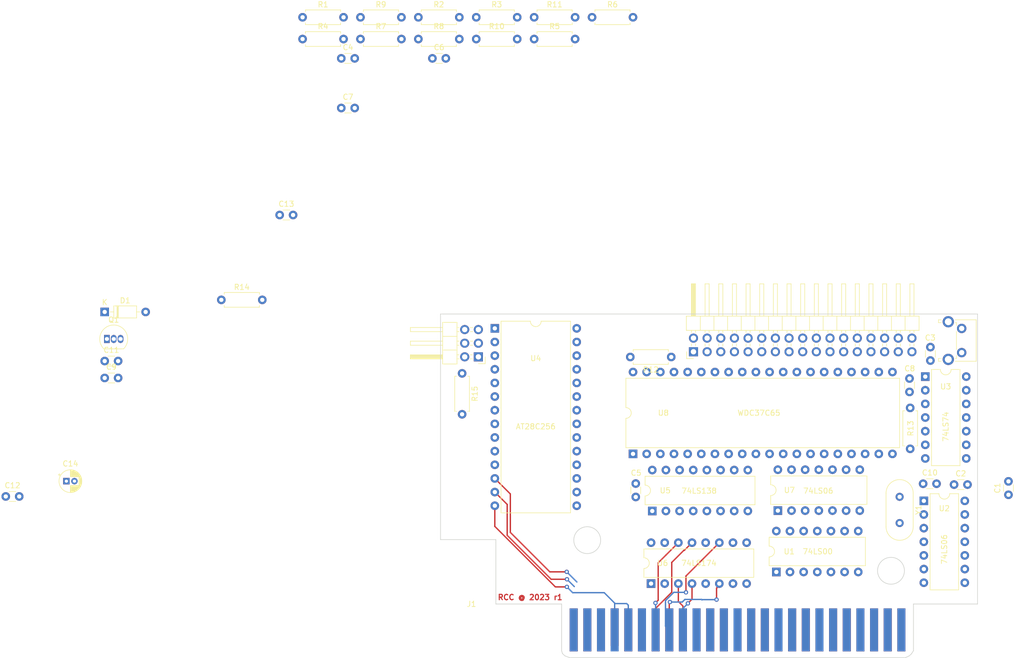
<source format=kicad_pcb>
(kicad_pcb (version 20211014) (generator pcbnew)
  (title_block (title "MSX TDC-600 Floppy Disk Drive Interface Clone") (date "2023-05-28") (rev "1.0") (company "RCC") (comment 1 "Based in the MSX DC-600 Desigh by Skoti: https://github.com/konkotgit/MSX-DC-600"))
  (layers (0 "F.Cu" signal) (31 "B.Cu" signal) (34 "B.Paste" user) (35 "F.Paste" user) (36 "B.SilkS" user "B.Silkscreen") (37 "F.SilkS" user "F.Silkscreen") (38 "B.Mask" user) (39 "F.Mask" user) (44 "Edge.Cuts" user))
  (net 0 "")
  (net 1 "{slash}CS1")
  (net 2 "{slash}CS2")
  (net 3 "{slash}CS12")
  (net 4 "{slash}SLTSL")
  (net 6 "{slash}RFSH")
  (net 7 "{slash}WAIT")
  (net 8 "{slash}INT")
  (net 9 "{slash}M1")
  (net 10 "Net-(C10-Pad2)")
  (net 11 "{slash}IORQ")
  (net 12 "{slash}MREQ")
  (net 13 "{slash}WR")
  (net 14 "{slash}RD")
  (net 15 "{slash}RESET")
  (net 17 "A9")
  (net 18 "A15")
  (net 19 "A11")
  (net 20 "A10")
  (net 21 "A7")
  (net 22 "A6")
  (net 23 "A12")
  (net 24 "A8")
  (net 25 "A14")
  (net 26 "A13")
  (net 27 "A1")
  (net 28 "A0")
  (net 29 "A3")
  (net 30 "A2")
  (net 31 "A5")
  (net 32 "A4")
  (net 33 "D1")
  (net 34 "D0")
  (net 35 "D3")
  (net 36 "D2")
  (net 37 "D5")
  (net 38 "D4")
  (net 39 "D7")
  (net 40 "D6")
  (net 41 "GNDREF")
  (net 42 "CLOCK")
  (net 43 "Net-(J1-Pad44)")
  (net 44 "+5V")
  (net 48 "{slash}MEM_CE")
  (net 49 "MEM_A14")
  (net 50 "MOTORON")
  (net 51 "Net-(C10-Pad1)")
  (net 52 "DS1")
  (net 53 "DS2")
  (net 56 "Net-(C11-Pad1)")
  (net 57 "INDEX")
  (net 58 "DIR")
  (net 59 "STEP")
  (net 60 "WRITEDATA")
  (net 63 "WRITEPROTECT")
  (net 64 "READDATA")
  (net 67 "Net-(U8-Pad23)")
  (net 68 "Net-(U8-Pad26)")
  (net 69 "WDCLK")
  (net 70 "{slash}RE")
  (net 71 "DS3")
  (net 72 "DS0")
  (net 73 "Net-(Q1-Pad2)")
  (net 74 "SIDESELECT")
  (net 75 "WRITEGATE")
  (net 76 "TRACK00")
  (net 77 "Net-(U1-Pad4)")
  (net 78 "Net-(Y1-Pad2)")
  (net 79 "Net-(U5-Pad6)")
  (net 80 "Net-(U8-Pad18)")
  (net 81 "WD_READY")
  (net 82 "Net-(SW1-Pad1)")
  (net 83 "Net-(U5-Pad5)")
  (net 85 "Net-(U5-Pad4)")
  (net 86 "Net-(U8-Pad30)")
  (net 87 "DIRC")
  (net 88 "Net-(U8-Pad16)")
  (net 89 "Net-(U8-Pad15)")
  (net 90 "Net-(U3-Pad2)")
  (net 91 "Net-(U3-Pad5)")
  (net 92 "Net-(U3-Pad12)")
  (net 94 "IOWD4")
  (net 98 "{slash}WE")
  (net 100 "Net-(U6-Pad2)")
  (net 101 "Net-(U6-Pad5)")
  (net 102 "Net-(U6-Pad7)")
  (net 103 "Net-(U6-Pad10)")
  (net 104 "Net-(U6-Pad12)")
  (net 105 "Net-(U8-Pad31)")
  (net 106 "TEST")
  (net 108 "HLD_HLT")
  (net 109 "TG43")
  (footprint "Resistor_THT:R_Axial_DIN0207_L6.3mm_D2.5mm_P7.62mm_Horizontal" (layer "F.Cu") (at 121.415272 39.702987 -90)
    (fp_text reference "R13")
    (fp_text value "100" hide)
  )
  (footprint "Capacitor_THT:C_Disc_D3.0mm_W1.6mm_P2.50mm" (layer "F.Cu") (at 4.115199 3.79)
    (fp_text reference "C13")
    (fp_text value "33pF")
  )
  (footprint "Package_DIP:DIP-28_W15.24mm" (layer "F.Cu") (at 44.142726 24.895272)
    (fp_text reference "U4")
    (fp_text value "AT28C256")
  )
  (footprint "Resistor_THT:R_Axial_DIN0207_L6.3mm_D2.5mm_P7.62mm_Horizontal" (layer "F.Cu") (at 38.057939 33.272363 -90)
    (fp_text reference "R15")
    (fp_text value "10k")
  )
  (footprint "Capacitor_THT:CP_Radial_D4.0mm_P1.50mm" (layer "F.Cu") (at -35.56 53.34)
    (fp_text reference "C14")
    (fp_text value "1uF")
  )
  (footprint "Package_DIP:DIP-16_W7.62mm" (layer "F.Cu") (at 73.20882 72.415082 90)
    (fp_text reference "U6")
    (fp_text value "74LS174")
  )
  (footprint "Resistor_THT:R_Axial_DIN0207_L6.3mm_D2.5mm_P7.62mm_Horizontal" (layer "F.Cu") (at 51.46 -28.97)
    (fp_text reference "R5")
    (fp_text value "39K")
  )
  (footprint "Capacitor_THT:C_Disc_D3.0mm_W1.6mm_P2.50mm" (layer "F.Cu") (at 123.822345 53.821371)
    (fp_text reference "C10")
    (fp_text value "220nF")
  )
  (footprint "Connector_PinHeader_2.54mm:PinHeader_2x17_P2.54mm_Horizontal" (layer "F.Cu") (at 81.10091 29.251908 90)
    (fp_text reference "J6" hide)
    (fp_text value "FDD Connector" hide)
  )
  (footprint "Roni_Footprints:MSX_CART_SW_Official" (layer "F.Cu") (at 82.995 50.825)
    (fp_text reference "J1")
    (fp_text value "MSXCART1")
    (fp_line (start 37.500957 35.390806) (end 38.24498 35.044512) (layer "Edge.Cuts") (width 0.12))
    (fp_line (start 50.95 -28.6) (end -48.95 -28.6) (layer "Edge.Cuts") (width 0.12))
    (fp_line (start 39.03 25.388435) (end 39.03 34.091713) (layer "Edge.Cuts") (width 0.12))
    (fp_line (start -38.66 25.388435) (end -26.42 25.388435) (layer "Edge.Cuts") (width 0.12))
    (fp_line (start 50.95 -28.6) (end 50.95 25.388435) (layer "Edge.Cuts") (width 0.12))
    (fp_line (start 38.24498 35.044512) (end 38.647705 34.674006) (layer "Edge.Cuts") (width 0.12))
    (fp_line (start -48.95 13.4) (end -38.66 13.4) (layer "Edge.Cuts") (width 0.12))
    (fp_line (start -48.95 13.4) (end -48.95 -28.6) (layer "Edge.Cuts") (width 0.12))
    (fp_line (start -25.815346 35.041883) (end -24.892279 35.390806) (layer "Edge.Cuts") (width 0.12))
    (fp_line (start -26.42 34.091713) (end -26.42 25.388435) (layer "Edge.Cuts") (width 0.12))
    (fp_line (start 38.647705 34.674006) (end 39.03 34.091713) (layer "Edge.Cuts") (width 0.12))
    (fp_line (start -26.268836 34.609987) (end -25.815346 35.041883) (layer "Edge.Cuts") (width 0.12))
    (fp_line (start -26.42 34.091713) (end -26.268836 34.609987) (layer "Edge.Cuts") (width 0.12))
    (fp_line (start 39.03 25.388435) (end 50.95 25.388435) (layer "Edge.Cuts") (width 0.12))
    (fp_line (start -24.892279 35.390806) (end 37.500957 35.390806) (layer "Edge.Cuts") (width 0.12))
    (fp_line (start -38.66 13.4) (end -38.66 25.388435) (layer "Edge.Cuts") (width 0.12))
    (fp_circle (center 34.85 19.2) (end 37.35 19.2) (layer "Edge.Cuts") (width 0.12) (fill none))
    (fp_circle (center -21.66 13.5) (end -19.16 13.5) (layer "Edge.Cuts") (width 0.12) (fill none))
  )
  (footprint "Resistor_THT:R_Axial_DIN0207_L6.3mm_D2.5mm_P7.62mm_Horizontal" (layer "F.Cu") (at 29.92 -28.97)
    (fp_text reference "R8")
    (fp_text value "470R")
  )
  (footprint "Resistor_THT:R_Axial_DIN0207_L6.3mm_D2.5mm_P7.62mm_Horizontal" (layer "F.Cu") (at 51.46 -33.02)
    (fp_text reference "R11")
    (fp_text value "1K")
  )
  (footprint "Resistor_THT:R_Axial_DIN0207_L6.3mm_D2.5mm_P7.62mm_Horizontal" (layer "F.Cu") (at -6.734801 19.59)
    (fp_text reference "R14")
    (fp_text value "10k")
  )
  (footprint "Capacitor_THT:C_Disc_D3.0mm_W1.6mm_P2.50mm" (layer "F.Cu") (at -28.434801 34.13)
    (fp_text reference "C9")
    (fp_text value "100nF")
  )
  (footprint "Crystal:Crystal_HC49-U_Vertical" (layer "F.Cu") (at 119.452443 56.260887 -90)
    (fp_text reference "Y1")
    (fp_text value "4Mhz")
  )
  (footprint "Package_TO_SOT_THT:TO-92_Inline" (layer "F.Cu") (at -28.024801 26.87)
    (fp_text reference "Q1")
    (fp_text value "BC547")
  )
  (footprint "Capacitor_THT:C_Disc_D3.0mm_W1.6mm_P2.50mm" (layer "F.Cu") (at 129.58 53.982271)
    (fp_text reference "C2")
    (fp_text value "100nF" hide)
  )
  (footprint "Capacitor_THT:C_Disc_D3.0mm_W1.6mm_P2.50mm" (layer "F.Cu") (at 121.28909 36.730422 90)
    (fp_text reference "C8")
    (fp_text value "100nF" hide)
  )
  (footprint "Diode_THT:D_DO-35_SOD27_P7.62mm_Horizontal" (layer "F.Cu") (at -28.434801 21.84)
    (fp_text reference "D1")
    (fp_text value "1N4148")
  )
  (footprint "Resistor_THT:R_Axial_DIN0207_L6.3mm_D2.5mm_P7.62mm_Horizontal" (layer "F.Cu") (at 8.38 -33.02)
    (fp_text reference "R1")
    (fp_text value "470")
  )
  (footprint "Connector_PinHeader_2.54mm:PinHeader_2x03_P2.54mm_Horizontal" (layer "F.Cu") (at 41.083818 30.198631 180)
    (fp_text reference "J7" hide)
    (fp_text value "ROM_SWITCH" hide)
  )
  (footprint "Package_DIP:DIP-14_W7.62mm" (layer "F.Cu") (at 123.957091 57.010637)
    (fp_text reference "U2")
    (fp_text value "74LS06")
  )
  (footprint "Capacitor_THT:C_Disc_D3.0mm_W1.6mm_P2.50mm" (layer "F.Cu") (at 139.7 55.88 90)
    (fp_text reference "C1")
    (fp_text value "47pF")
  )
  (footprint "Resistor_THT:R_Axial_DIN0207_L6.3mm_D2.5mm_P7.62mm_Horizontal" (layer "F.Cu") (at 76.965272 30.227636 180)
    (fp_text reference "R12")
    (fp_text value "4.7K")
  )
  (footprint "Capacitor_THT:C_Disc_D3.0mm_W1.6mm_P2.50mm" (layer "F.Cu") (at -28.434801 30.98)
    (fp_text reference "C11")
    (fp_text value "220nF")
  )
  (footprint "Package_DIP:DIP-16_W7.62mm" (layer "F.Cu") (at 73.435532 58.895488 90)
    (fp_text reference "U5")
    (fp_text value "74LS138")
  )
  (footprint "Button_Switch_THT:SW_Tactile_SPST_Angled_PTS645Vx31-2LFS" (layer "F.Cu") (at 130.995759 24.911634 -90)
    (fp_text reference "SW1" hide)
    (fp_text value "RESET" hide)
  )
  (footprint "Package_DIP:DIP-14_W7.62mm" (layer "F.Cu") (at 96.798909 58.828272 90)
    (fp_text reference "U7")
    (fp_text value "74LS06")
  )
  (footprint "Capacitor_THT:C_Disc_D3.0mm_W1.6mm_P2.50mm" (layer "F.Cu") (at 125.179703 28.388646 -90)
    (fp_text reference "C3")
    (fp_text value "100nF" hide)
  )
  (footprint "Resistor_THT:R_Axial_DIN0207_L6.3mm_D2.5mm_P7.62mm_Horizontal" (layer "F.Cu") (at 8.38 -28.97)
    (fp_text reference "R4")
    (fp_text value "1K")
  )
  (footprint "Package_DIP:DIP-14_W7.62mm" (layer "F.Cu") (at 124.223998 33.877574)
    (fp_text reference "U3")
    (fp_text value "74LS74")
  )
  (footprint "Package_DIP:DIP-40_W15.24mm" (layer "F.Cu") (at 69.855 48.265 90)
    (fp_text reference "U8")
    (fp_text value "WDC37C65")
  )
  (footprint "Capacitor_THT:C_Disc_D3.0mm_W1.6mm_P2.50mm" (layer "F.Cu") (at 15.58 -25.37)
    (fp_text reference "C4")
    (fp_text value "100nF")
  )
  (footprint "Resistor_THT:R_Axial_DIN0207_L6.3mm_D2.5mm_P7.62mm_Horizontal" (layer "F.Cu") (at 19.15 -28.97)
    (fp_text reference "R7")
    (fp_text value "470R")
  )
  (footprint "Resistor_THT:R_Axial_DIN0207_L6.3mm_D2.5mm_P7.62mm_Horizontal" (layer "F.Cu") (at 29.92 -33.02)
    (fp_text reference "R2")
    (fp_text value "470")
  )
  (footprint "Resistor_THT:R_Axial_DIN0207_L6.3mm_D2.5mm_P7.62mm_Horizontal" (layer "F.Cu") (at 40.69 -28.97)
    (fp_text reference "R10")
    (fp_text value "470R")
  )
  (footprint "Capacitor_THT:C_Disc_D3.0mm_W1.6mm_P2.50mm" (layer "F.Cu") (at 32.53 -25.37)
    (fp_text reference "C6")
    (fp_text value "100nF")
  )
  (footprint "Package_DIP:DIP-14_W7.62mm" (layer "F.Cu") (at 96.515 70.251858 90)
    (fp_text reference "U1")
    (fp_text value "74LS00")
  )
  (footprint "Resistor_THT:R_Axial_DIN0207_L6.3mm_D2.5mm_P7.62mm_Horizontal" (layer "F.Cu") (at 40.69 -33.02)
    (fp_text reference "R3")
    (fp_text value "1K")
  )
  (footprint "Resistor_THT:R_Axial_DIN0207_L6.3mm_D2.5mm_P7.62mm_Horizontal" (layer "F.Cu") (at 19.15 -33.02)
    (fp_text reference "R9")
    (fp_text value "470R")
  )
  (footprint "Capacitor_THT:C_Disc_D3.0mm_W1.6mm_P2.50mm" (layer "F.Cu") (at 70.362908 56.288912 90)
    (fp_text reference "C5")
    (fp_text value "100nF" hide)
  )
  (footprint "Resistor_THT:R_Axial_DIN0207_L6.3mm_D2.5mm_P7.62mm_Horizontal" (layer "F.Cu") (at 62.23 -33.02)
    (fp_text reference "R6")
    (fp_text value "12K")
  )
  (footprint "Capacitor_THT:C_Disc_D3.0mm_W1.6mm_P2.50mm" (layer "F.Cu") (at -46.834801 56.19)
    (fp_text reference "C12")
    (fp_text value "10pF")
  )
  (footprint "Capacitor_THT:C_Disc_D3.0mm_W1.6mm_P2.50mm" (layer "F.Cu") (at 15.58 -16.13)
    (fp_text reference "C7")
    (fp_text value "100nF")
  )
  (segment (start 80.82882 72.415082) (end 80.82882 75.326264) (width 0.25) (layer "F.Cu") (net 33))
  (segment (start 54.372253 70.225621) (end 57.519728 70.225621) (width 0.25) (layer "F.Cu") (net 33))
  (segment (start 80.82882 75.326264) (end 80.064915 76.090169) (width 0.25) (layer "F.Cu") (net 33))
  (segment (start 47.033215 62.886583) (end 54.372253 70.225621) (width 0.25) (layer "F.Cu") (net 33))
  (segment (start 47.033215 55.725761) (end 47.033215 62.886583) (width 0.25) (layer "F.Cu") (net 33))
  (segment (start 44.142726 52.835272) (end 47.033215 55.725761) (width 0.25) (layer "F.Cu") (net 33))
  (via (at 57.519728 70.225621) (size 0.8) (drill 0.4) (layers "F.Cu" "B.Cu") (net 33))
  (via (at 80.064915 76.090169) (size 0.8) (drill 0.4) (layers "F.Cu" "B.Cu") (net 33))
  (segment (start 59.407199 72.113092) (end 57.519728 70.225621) (width 0.25) (layer "B.Cu") (net 33))
  (segment (start 80.064915 76.108862) (end 79.137025 77.036752) (width 0.25) (layer "B.Cu") (net 33))
  (segment (start 79.137025 77.036752) (end 79.137025 81.032202) (width 0.25) (layer "B.Cu") (net 33))
  (segment (start 80.064915 76.090169) (end 80.064915 76.108862) (width 0.25) (layer "B.Cu") (net 33))
  (segment (start 79.137025 76.597025) (end 79.137025 81.032202) (width 0.25) (layer "F.Cu") (net 34))
  (segment (start 78.28882 75.74882) (end 79.137025 76.597025) (width 0.25) (layer "F.Cu") (net 34))
  (segment (start 78.28882 72.415082) (end 78.28882 75.74882) (width 0.25) (layer "F.Cu") (net 34))
  (segment (start 85.90882 64.795082) (end 79.70382 71.000082) (width 0.25) (layer "F.Cu") (net 35))
  (segment (start 79.70382 71.000082) (end 79.70382 74.041965) (width 0.25) (layer "F.Cu") (net 35))
  (segment (start 79.70382 74.041965) (end 79.765817 74.103962) (width 0.25) (layer "F.Cu") (net 35))
  (via (at 79.70382 74.041965) (size 0.8) (drill 0.4) (layers "F.Cu" "B.Cu") (net 35))
  (segment (start 79.70382 74.041965) (end 77.444378 74.041965) (width 0.25) (layer "B.Cu") (net 35))
  (segment (start 75.896239 75.590104) (end 75.896239 80.331416) (width 0.25) (layer "B.Cu") (net 35))
  (segment (start 77.444378 74.041965) (end 75.896239 75.590104) (width 0.25) (layer "B.Cu") (net 35))
  (segment (start 75.896239 80.331416) (end 76.597025 81.032202) (width 0.25) (layer "B.Cu") (net 35))
  (segment (start 46.444366 63.429064) (end 54.623667 71.608365) (width 0.25) (layer "F.Cu") (net 36))
  (segment (start 76.721089 75.847152) (end 76.597025 75.971216) (width 0.25) (layer "F.Cu") (net 36))
  (segment (start 46.444366 57.676912) (end 46.444366 63.429064) (width 0.25) (layer "F.Cu") (net 36))
  (segment (start 44.142726 55.375272) (end 46.444366 57.676912) (width 0.25) (layer "F.Cu") (net 36))
  (segment (start 85.90882 72.415082) (end 85.90882 72.751208) (width 0.25) (layer "F.Cu") (net 36))
  (segment (start 85.392594 73.267434) (end 85.392594 75.398506) (width 0.25) (layer "F.Cu") (net 36))
  (segment (start 85.90882 72.751208) (end 85.467369 73.192659) (width 0.25) (layer "F.Cu") (net 36))
  (segment (start 76.597025 75.971216) (end 76.597025 81.032202) (width 0.25) (layer "F.Cu") (net 36))
  (segment (start 85.467369 73.192659) (end 85.392594 73.267434) (width 0.25) (layer "F.Cu") (net 36))
  (segment (start 54.623667 71.608365) (end 57.567093 71.608365) (width 0.25) (layer "F.Cu") (net 36))
  (via (at 85.392594 75.398506) (size 0.8) (drill 0.4) (layers "F.Cu" "B.Cu") (net 36))
  (via (at 76.721089 75.847152) (size 0.8) (drill 0.4) (layers "F.Cu" "B.Cu") (net 36))
  (via (at 57.567093 71.608365) (size 0.8) (drill 0.4) (layers "F.Cu" "B.Cu") (net 36))
  (segment (start 82.700714 75.398506) (end 82.663327 75.435893) (width 0.25) (layer "B.Cu") (net 36))
  (segment (start 85.392594 75.398506) (end 82.700714 75.398506) (width 0.25) (layer "B.Cu") (net 36))
  (segment (start 57.567093 71.608365) (end 58.929395 72.970667) (width 0.25) (layer "B.Cu") (net 36))
  (segment (start 82.592603 75.365169) (end 79.500055 75.365169) (width 0.25) (layer "B.Cu") (net 36))
  (segment (start 82.663327 75.435893) (end 82.592603 75.365169) (width 0.25) (layer "B.Cu") (net 36))
  (segment (start 79.018072 75.847152) (end 76.721089 75.847152) (width 0.25) (layer "B.Cu") (net 36))
  (segment (start 79.500055 75.365169) (end 79.167621 75.697603) (width 0.25) (layer "B.Cu") (net 36))
  (segment (start 79.167621 75.697603) (end 79.018072 75.847152) (width 0.25) (layer "B.Cu") (net 36))
  (segment (start 74.536268 68.544944) (end 76.050451 67.030761) (width 0.25) (layer "F.Cu") (net 37))
  (segment (start 76.050451 67.030761) (end 76.053141 67.030761) (width 0.25) (layer "F.Cu") (net 37))
  (segment (start 76.053141 67.030761) (end 78.28882 64.795082) (width 0.25) (layer "F.Cu") (net 37))
  (segment (start 74.536268 75.508314) (end 74.536268 68.544944) (width 0.25) (layer "F.Cu") (net 37))
  (segment (start 74.03154 76.013042) (end 74.536268 75.508314) (width 0.25) (layer "F.Cu") (net 37))
  (via (at 74.03154 76.013042) (size 0.8) (drill 0.4) (layers "F.Cu" "B.Cu") (net 37))
  (segment (start 74.03154 76.013042) (end 74.057025 76.038527) (width 0.25) (layer "B.Cu") (net 37))
  (segment (start 74.057025 76.038527) (end 74.057025 81.032202) (width 0.25) (layer "B.Cu") (net 37))
  (segment (start 74.057025 77.025052) (end 77.059905 74.022172) (width 0.25) (layer "F.Cu") (net 38))
  (segment (start 79.303139 66.226935) (end 79.396967 66.226935) (width 0.25) (layer "F.Cu") (net 38))
  (segment (start 79.396967 66.226935) (end 80.82882 64.795082) (width 0.25) (layer "F.Cu") (net 38))
  (segment (start 77.059905 68.470169) (end 79.303139 66.226935) (width 0.25) (layer "F.Cu") (net 38))
  (segment (start 74.057025 81.032202) (end 74.057025 77.025052) (width 0.25) (layer "F.Cu") (net 38))
  (segment (start 77.059905 74.022172) (end 77.059905 68.470169) (width 0.25) (layer "F.Cu") (net 38))
  (segment (start 44.142726 57.915272) (end 44.142726 61.76382) (width 0.25) (layer "F.Cu") (net 41))
  (segment (start 44.142726 61.76382) (end 55.407996 73.02909) (width 0.25) (layer "F.Cu") (net 41))
  (segment (start 55.407996 73.02909) (end 57.553088 73.02909) (width 0.25) (layer "F.Cu") (net 41))
  (via (at 57.553088 73.02909) (size 0.8) (drill 0.4) (layers "F.Cu" "B.Cu") (net 41))
  (segment (start 68.977025 81.032202) (end 68.977025 76.440476) (width 0.25) (layer "B.Cu") (net 41))
  (segment (start 57.553088 73.02909) (end 58.625634 74.101636) (width 0.25) (layer "B.Cu") (net 41))
  (segment (start 58.625634 74.101636) (end 64.493092 74.101636) (width 0.25) (layer "B.Cu") (net 41))
  (segment (start 64.493092 74.101636) (end 66.437025 76.045569) (width 0.25) (layer "B.Cu") (net 41))
  (segment (start 66.437025 76.045569) (end 66.437025 76.132433) (width 0.25) (layer "B.Cu") (net 41))
  (segment (start 68.668982 76.132433) (end 66.437025 76.132433) (width 0.25) (layer "B.Cu") (net 41))
  (segment (start 66.437025 76.132433) (end 66.437025 81.032202) (width 0.25) (layer "B.Cu") (net 41))
  (segment (start 68.977025 76.440476) (end 68.668982 76.132433) (width 0.25) (layer "B.Cu") (net 41))
  (segment (start 75.370433 72.970667) (end 75.412494 73.012728) (width 0.25) (layer "B.Cu") (net 100))
)
</source>
